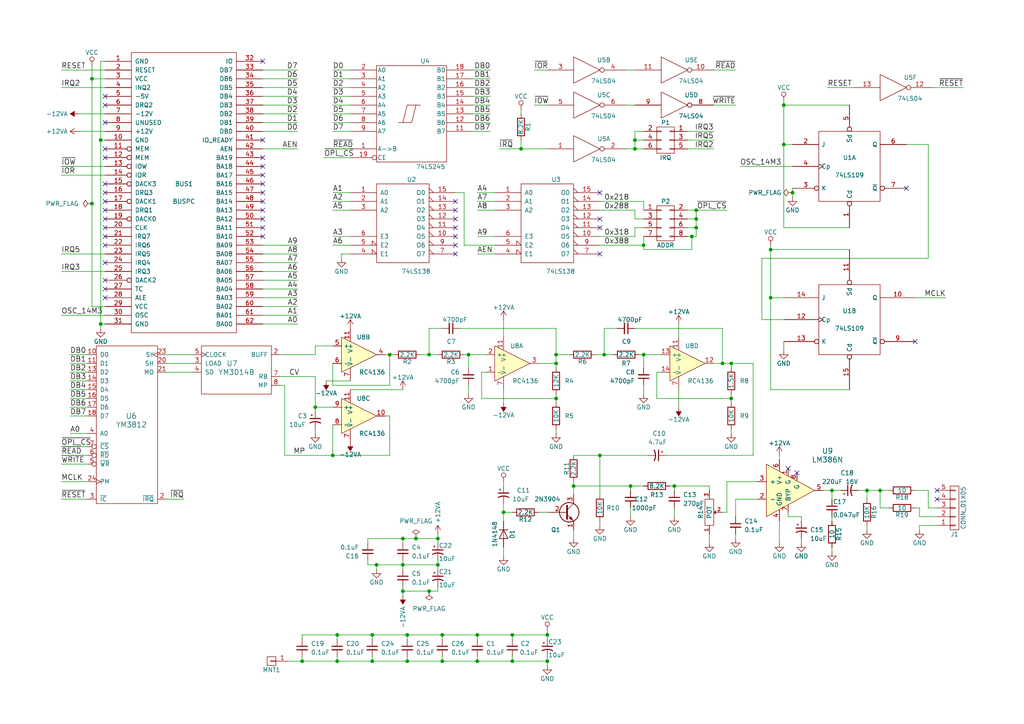
<source format=kicad_sch>
(kicad_sch (version 20230121) (generator eeschema)
  (paper "A4")
  (title_block (title "Reproduction AdLib Sound Card, OPL2, Circa 1990") (comment 1 "Copyright (C) 2017 Eric Schlaepfer") (comment 2 "See https://creativecommons.org/licenses/by/4.0/") (comment 3 "This work is licensed under a Creative Commons Attribution 4.0 International License. "))
  (junction (at 184.15 43.18))
  (junction (at 209.55 105.41))
  (junction (at 166.37 140.97))
  (junction (at 135.89 102.87))
  (junction (at 26.67 22.86))
  (junction (at 109.22 163.83))
  (junction (at 120.65 156.21))
  (junction (at 128.27 184.15))
  (junction (at 227.33 41.91))
  (junction (at 116.84 156.21))
  (junction (at 127 163.83))
  (junction (at 212.09 115.57))
  (junction (at 251.46 142.24))
  (junction (at 186.69 102.87))
  (junction (at 212.09 105.41))
  (junction (at 107.95 184.15))
  (junction (at 146.05 148.59))
  (junction (at 175.26 102.87))
  (junction (at 148.59 184.15))
  (junction (at 96.52 132.08))
  (junction (at 118.11 184.15))
  (junction (at 116.84 163.83))
  (junction (at 151.13 43.18))
  (junction (at 138.43 191.77))
  (junction (at 173.99 132.08))
  (junction (at 116.84 171.45))
  (junction (at 195.58 140.97))
  (junction (at 161.29 115.57))
  (junction (at 186.69 71.12))
  (junction (at 201.93 60.96))
  (junction (at 148.59 191.77))
  (junction (at 241.3 142.24))
  (junction (at 201.93 63.5))
  (junction (at 107.95 191.77))
  (junction (at 223.52 86.36))
  (junction (at 127 156.21))
  (junction (at 87.63 191.77))
  (junction (at 158.75 191.77))
  (junction (at 29.21 93.98))
  (junction (at 227.33 30.48))
  (junction (at 29.21 40.64))
  (junction (at 182.88 140.97))
  (junction (at 128.27 191.77))
  (junction (at 223.52 72.39))
  (junction (at 138.43 184.15))
  (junction (at 97.79 184.15))
  (junction (at 161.29 105.41))
  (junction (at 124.46 171.45))
  (junction (at 26.67 59.055))
  (junction (at 161.29 102.87))
  (junction (at 229.87 55.88))
  (junction (at 201.93 66.04))
  (junction (at 184.15 40.64))
  (junction (at 158.75 184.15))
  (junction (at 124.46 102.87))
  (junction (at 255.27 142.24))
  (junction (at 200.66 68.58))
  (junction (at 97.79 191.77))
  (junction (at 113.03 102.87))
  (junction (at 118.11 191.77))
  (junction (at 91.44 118.11))
  (no_connect (at 30.48 66.04))
  (no_connect (at 30.48 55.88))
  (no_connect (at 30.48 68.58))
  (no_connect (at 30.48 63.5))
  (no_connect (at 30.48 27.94))
  (no_connect (at 30.48 45.72))
  (no_connect (at 271.78 144.78))
  (no_connect (at 30.48 81.28))
  (no_connect (at 132.08 63.5))
  (no_connect (at 76.2 63.5))
  (no_connect (at 76.2 60.96))
  (no_connect (at 76.2 55.88))
  (no_connect (at 30.48 43.18))
  (no_connect (at 265.43 99.06))
  (no_connect (at 30.48 53.34))
  (no_connect (at 132.08 71.12))
  (no_connect (at 76.2 17.78))
  (no_connect (at 132.08 66.04))
  (no_connect (at 173.99 63.5))
  (no_connect (at 30.48 86.36))
  (no_connect (at 76.2 53.34))
  (no_connect (at 76.2 48.26))
  (no_connect (at 76.2 50.8))
  (no_connect (at 76.2 40.64))
  (no_connect (at 132.08 68.58))
  (no_connect (at 76.2 66.04))
  (no_connect (at 228.6 135.89))
  (no_connect (at 76.2 58.42))
  (no_connect (at 173.99 66.04))
  (no_connect (at 132.08 60.96))
  (no_connect (at 173.99 73.66))
  (no_connect (at 30.48 30.48))
  (no_connect (at 76.2 45.72))
  (no_connect (at 173.99 55.88))
  (no_connect (at 30.48 71.12))
  (no_connect (at 30.48 83.82))
  (no_connect (at 30.48 58.42))
  (no_connect (at 262.89 54.61))
  (no_connect (at 76.2 68.58))
  (no_connect (at 132.08 73.66))
  (no_connect (at 30.48 35.56))
  (no_connect (at 271.78 142.24))
  (no_connect (at 231.14 137.16))
  (no_connect (at 30.48 60.96))
  (no_connect (at 30.48 76.2))
  (no_connect (at 132.08 58.42))
  (wire (pts (xy 232.41 156.21) (xy 232.41 157.48)))
  (wire (pts (xy 181.61 30.48) (xy 184.15 30.48)))
  (wire (pts (xy 30.48 93.98) (xy 29.21 93.98)))
  (wire (pts (xy 271.78 149.86) (xy 266.7 149.86)))
  (wire (pts (xy 138.43 191.77) (xy 148.59 191.77)))
  (wire (pts (xy 139.7 107.95) (xy 139.7 115.57)))
  (wire (pts (xy 210.82 148.59) (xy 209.55 148.59)))
  (wire (pts (xy 196.85 118.11) (xy 196.85 113.03)))
  (wire (pts (xy 137.16 27.94) (xy 142.24 27.94)))
  (wire (pts (xy 25.4 134.62) (xy 17.78 134.62)))
  (wire (pts (xy 146.05 146.05) (xy 146.05 148.59)))
  (wire (pts (xy 148.59 191.77) (xy 158.75 191.77)))
  (wire (pts (xy 158.75 30.48) (xy 154.94 30.48)))
  (wire (pts (xy 20.32 115.57) (xy 25.4 115.57)))
  (wire (pts (xy 82.55 132.08) (xy 96.52 132.08)))
  (wire (pts (xy 96.52 68.58) (xy 101.6 68.58)))
  (wire (pts (xy 30.48 22.86) (xy 26.67 22.86)))
  (wire (pts (xy 30.48 20.32) (xy 17.78 20.32)))
  (wire (pts (xy 76.2 78.74) (xy 86.36 78.74)))
  (wire (pts (xy 26.67 59.055) (xy 26.67 88.9)))
  (wire (pts (xy 76.2 43.18) (xy 86.36 43.18)))
  (wire (pts (xy 195.58 140.97) (xy 205.74 140.97)))
  (wire (pts (xy 25.4 110.49) (xy 20.32 110.49)))
  (wire (pts (xy 247.65 25.4) (xy 240.03 25.4)))
  (wire (pts (xy 269.24 147.32) (xy 271.78 147.32)))
  (wire (pts (xy 143.51 73.66) (xy 138.43 73.66)))
  (wire (pts (xy 241.3 158.75) (xy 241.3 160.02)))
  (wire (pts (xy 116.84 163.83) (xy 116.84 165.1)))
  (wire (pts (xy 213.36 154.94) (xy 213.36 156.21)))
  (wire (pts (xy 20.32 120.65) (xy 25.4 120.65)))
  (wire (pts (xy 143.51 60.96) (xy 138.43 60.96)))
  (wire (pts (xy 113.03 102.87) (xy 114.3 102.87)))
  (wire (pts (xy 184.15 66.04) (xy 186.69 66.04)))
  (wire (pts (xy 269.24 142.24) (xy 269.24 147.32)))
  (wire (pts (xy 166.37 132.08) (xy 173.99 132.08)))
  (wire (pts (xy 228.6 148.59) (xy 228.6 149.86)))
  (wire (pts (xy 101.6 25.4) (xy 96.52 25.4)))
  (wire (pts (xy 30.48 38.1) (xy 22.86 38.1)))
  (wire (pts (xy 241.3 144.78) (xy 241.3 142.24)))
  (wire (pts (xy 118.11 191.77) (xy 128.27 191.77)))
  (wire (pts (xy 25.4 129.54) (xy 17.78 129.54)))
  (wire (pts (xy 25.4 144.78) (xy 17.78 144.78)))
  (wire (pts (xy 246.38 72.39) (xy 223.52 72.39)))
  (wire (pts (xy 227.33 29.21) (xy 227.33 30.48)))
  (wire (pts (xy 146.05 148.59) (xy 148.59 148.59)))
  (wire (pts (xy 134.62 71.12) (xy 134.62 55.88)))
  (wire (pts (xy 111.76 120.65) (xy 113.03 120.65)))
  (wire (pts (xy 76.2 76.2) (xy 86.36 76.2)))
  (wire (pts (xy 212.09 114.3) (xy 212.09 115.57)))
  (wire (pts (xy 146.05 140.97) (xy 146.05 139.7)))
  (wire (pts (xy 25.4 132.08) (xy 17.78 132.08)))
  (wire (pts (xy 107.95 191.77) (xy 107.95 190.5)))
  (wire (pts (xy 218.44 132.08) (xy 193.04 132.08)))
  (wire (pts (xy 26.67 19.05) (xy 26.67 22.86)))
  (wire (pts (xy 30.48 78.74) (xy 17.78 78.74)))
  (wire (pts (xy 166.37 139.7) (xy 166.37 140.97)))
  (wire (pts (xy 172.72 102.87) (xy 175.26 102.87)))
  (wire (pts (xy 190.5 107.95) (xy 190.5 115.57)))
  (wire (pts (xy 134.62 102.87) (xy 135.89 102.87)))
  (wire (pts (xy 107.95 191.77) (xy 118.11 191.77)))
  (wire (pts (xy 137.16 20.32) (xy 142.24 20.32)))
  (wire (pts (xy 158.75 184.15) (xy 158.75 185.42)))
  (wire (pts (xy 200.66 68.58) (xy 200.66 72.39)))
  (wire (pts (xy 127 156.21) (xy 127 157.48)))
  (wire (pts (xy 48.26 102.87) (xy 55.88 102.87)))
  (wire (pts (xy 201.93 60.96) (xy 201.93 63.5)))
  (wire (pts (xy 109.22 163.83) (xy 116.84 163.83)))
  (wire (pts (xy 96.52 58.42) (xy 101.6 58.42)))
  (wire (pts (xy 97.79 184.15) (xy 107.95 184.15)))
  (wire (pts (xy 227.33 41.91) (xy 227.33 66.04)))
  (wire (pts (xy 25.4 102.87) (xy 20.32 102.87)))
  (wire (pts (xy 186.69 111.76) (xy 186.69 114.3)))
  (wire (pts (xy 255.27 147.32) (xy 255.27 142.24)))
  (wire (pts (xy 255.27 142.24) (xy 257.81 142.24)))
  (wire (pts (xy 48.26 105.41) (xy 55.88 105.41)))
  (wire (pts (xy 139.7 115.57) (xy 161.29 115.57)))
  (wire (pts (xy 97.79 191.77) (xy 97.79 190.5)))
  (wire (pts (xy 271.78 152.4) (xy 266.7 152.4)))
  (wire (pts (xy 26.67 88.9) (xy 30.48 88.9)))
  (wire (pts (xy 201.93 68.58) (xy 200.66 68.58)))
  (wire (pts (xy 166.37 140.97) (xy 182.88 140.97)))
  (wire (pts (xy 76.2 73.66) (xy 86.36 73.66)))
  (wire (pts (xy 101.6 43.18) (xy 96.52 43.18)))
  (wire (pts (xy 212.09 124.46) (xy 212.09 125.73)))
  (wire (pts (xy 127 163.83) (xy 127 165.1)))
  (wire (pts (xy 207.01 105.41) (xy 209.55 105.41)))
  (wire (pts (xy 81.28 111.76) (xy 82.55 111.76)))
  (wire (pts (xy 101.6 35.56) (xy 96.52 35.56)))
  (wire (pts (xy 30.48 33.02) (xy 22.86 33.02)))
  (wire (pts (xy 161.29 105.41) (xy 156.21 105.41)))
  (wire (pts (xy 182.88 140.97) (xy 182.88 142.24)))
  (wire (pts (xy 76.2 33.02) (xy 86.36 33.02)))
  (wire (pts (xy 30.48 17.78) (xy 29.21 17.78)))
  (wire (pts (xy 101.6 38.1) (xy 96.52 38.1)))
  (wire (pts (xy 201.93 60.96) (xy 210.82 60.96)))
  (wire (pts (xy 116.84 156.21) (xy 120.65 156.21)))
  (wire (pts (xy 186.69 40.64) (xy 184.15 40.64)))
  (wire (pts (xy 137.16 22.86) (xy 142.24 22.86)))
  (wire (pts (xy 223.52 86.36) (xy 223.52 113.03)))
  (wire (pts (xy 118.11 191.77) (xy 118.11 190.5)))
  (wire (pts (xy 101.6 55.88) (xy 96.52 55.88)))
  (wire (pts (xy 113.03 120.65) (xy 113.03 132.08)))
  (wire (pts (xy 212.09 115.57) (xy 212.09 116.84)))
  (wire (pts (xy 128.27 184.15) (xy 138.43 184.15)))
  (wire (pts (xy 134.62 55.88) (xy 132.08 55.88)))
  (wire (pts (xy 194.31 140.97) (xy 195.58 140.97)))
  (wire (pts (xy 76.2 81.28) (xy 86.36 81.28)))
  (wire (pts (xy 138.43 185.42) (xy 138.43 184.15)))
  (wire (pts (xy 91.44 118.11) (xy 91.44 119.38)))
  (wire (pts (xy 195.58 147.32) (xy 195.58 149.86)))
  (wire (pts (xy 76.2 35.56) (xy 86.36 35.56)))
  (wire (pts (xy 146.05 161.29) (xy 146.05 158.75)))
  (wire (pts (xy 20.32 107.95) (xy 25.4 107.95)))
  (wire (pts (xy 227.33 66.04) (xy 246.38 66.04)))
  (wire (pts (xy 207.01 30.48) (xy 213.36 30.48)))
  (wire (pts (xy 161.29 115.57) (xy 161.29 116.84)))
  (wire (pts (xy 265.43 142.24) (xy 269.24 142.24)))
  (wire (pts (xy 94.615 110.49) (xy 101.6 110.49)))
  (wire (pts (xy 30.48 50.8) (xy 17.78 50.8)))
  (wire (pts (xy 241.3 142.24) (xy 243.84 142.24)))
  (wire (pts (xy 175.26 102.87) (xy 177.8 102.87)))
  (wire (pts (xy 128.27 191.77) (xy 128.27 190.5)))
  (wire (pts (xy 151.13 43.18) (xy 158.75 43.18)))
  (wire (pts (xy 266.7 152.4) (xy 266.7 153.67)))
  (wire (pts (xy 146.05 97.79) (xy 146.05 92.71)))
  (wire (pts (xy 135.89 106.68) (xy 135.89 102.87)))
  (wire (pts (xy 161.29 105.41) (xy 161.29 106.68)))
  (wire (pts (xy 227.33 99.06) (xy 227.33 101.6)))
  (wire (pts (xy 229.87 55.88) (xy 229.87 57.15)))
  (wire (pts (xy 257.81 147.32) (xy 255.27 147.32)))
  (wire (pts (xy 137.16 38.1) (xy 142.24 38.1)))
  (wire (pts (xy 116.84 162.56) (xy 116.84 163.83)))
  (wire (pts (xy 156.21 148.59) (xy 158.75 148.59)))
  (wire (pts (xy 143.51 55.88) (xy 138.43 55.88)))
  (wire (pts (xy 184.15 60.96) (xy 184.15 63.5)))
  (wire (pts (xy 166.37 140.97) (xy 166.37 143.51)))
  (wire (pts (xy 30.48 91.44) (xy 17.78 91.44)))
  (wire (pts (xy 83.82 191.77) (xy 87.63 191.77)))
  (wire (pts (xy 226.06 132.08) (xy 226.06 133.35)))
  (wire (pts (xy 218.44 105.41) (xy 218.44 132.08)))
  (wire (pts (xy 269.24 74.93) (xy 220.98 74.93)))
  (wire (pts (xy 135.89 102.87) (xy 140.97 102.87)))
  (wire (pts (xy 219.71 144.78) (xy 213.36 144.78)))
  (wire (pts (xy 248.92 142.24) (xy 251.46 142.24)))
  (wire (pts (xy 76.2 27.94) (xy 86.36 27.94)))
  (wire (pts (xy 173.99 58.42) (xy 186.69 58.42)))
  (wire (pts (xy 111.76 102.87) (xy 113.03 102.87)))
  (wire (pts (xy 138.43 184.15) (xy 148.59 184.15)))
  (wire (pts (xy 96.52 71.12) (xy 101.6 71.12)))
  (wire (pts (xy 96.52 60.96) (xy 101.6 60.96)))
  (wire (pts (xy 76.2 38.1) (xy 86.36 38.1)))
  (wire (pts (xy 199.39 38.1) (xy 207.01 38.1)))
  (wire (pts (xy 184.15 63.5) (xy 186.69 63.5)))
  (wire (pts (xy 76.2 30.48) (xy 86.36 30.48)))
  (wire (pts (xy 181.61 43.18) (xy 184.15 43.18)))
  (wire (pts (xy 120.65 156.21) (xy 127 156.21)))
  (wire (pts (xy 137.16 25.4) (xy 142.24 25.4)))
  (wire (pts (xy 127 162.56) (xy 127 163.83)))
  (wire (pts (xy 101.6 33.02) (xy 96.52 33.02)))
  (wire (pts (xy 101.6 27.94) (xy 96.52 27.94)))
  (wire (pts (xy 20.32 105.41) (xy 25.4 105.41)))
  (wire (pts (xy 158.75 190.5) (xy 158.75 191.77)))
  (wire (pts (xy 143.51 68.58) (xy 138.43 68.58)))
  (wire (pts (xy 76.2 86.36) (xy 86.36 86.36)))
  (wire (pts (xy 116.84 157.48) (xy 116.84 156.21)))
  (wire (pts (xy 30.48 48.26) (xy 17.78 48.26)))
  (wire (pts (xy 116.84 171.45) (xy 116.84 172.72)))
  (wire (pts (xy 91.44 100.33) (xy 91.44 102.87)))
  (wire (pts (xy 182.88 140.97) (xy 186.69 140.97)))
  (wire (pts (xy 212.09 105.41) (xy 218.44 105.41)))
  (wire (pts (xy 199.39 43.18) (xy 207.01 43.18)))
  (wire (pts (xy 91.44 100.33) (xy 96.52 100.33)))
  (wire (pts (xy 128.27 185.42) (xy 128.27 184.15)))
  (wire (pts (xy 184.15 43.18) (xy 186.69 43.18)))
  (wire (pts (xy 87.63 185.42) (xy 87.63 184.15)))
  (wire (pts (xy 270.51 25.4) (xy 279.4 25.4)))
  (wire (pts (xy 96.52 132.08) (xy 113.03 132.08)))
  (wire (pts (xy 121.92 102.87) (xy 124.46 102.87)))
  (wire (pts (xy 212.09 105.41) (xy 212.09 106.68)))
  (wire (pts (xy 166.37 153.67) (xy 166.37 156.21)))
  (wire (pts (xy 135.89 111.76) (xy 135.89 114.3)))
  (wire (pts (xy 227.33 92.71) (xy 220.98 92.71)))
  (wire (pts (xy 96.52 118.11) (xy 91.44 118.11)))
  (wire (pts (xy 124.46 95.25) (xy 124.46 102.87)))
  (wire (pts (xy 116.84 170.18) (xy 116.84 171.45)))
  (wire (pts (xy 87.63 184.15) (xy 97.79 184.15)))
  (wire (pts (xy 265.43 86.36) (xy 274.32 86.36)))
  (wire (pts (xy 184.15 40.64) (xy 184.15 43.18)))
  (wire (pts (xy 20.32 113.03) (xy 25.4 113.03)))
  (wire (pts (xy 200.66 72.39) (xy 186.69 72.39)))
  (wire (pts (xy 158.75 191.77) (xy 158.75 193.04)))
  (wire (pts (xy 173.99 60.96) (xy 184.15 60.96)))
  (wire (pts (xy 25.4 139.7) (xy 17.78 139.7)))
  (wire (pts (xy 116.84 163.83) (xy 127 163.83)))
  (wire (pts (xy 184.15 38.1) (xy 184.15 40.64)))
  (wire (pts (xy 29.21 17.78) (xy 29.21 40.64)))
  (wire (pts (xy 96.52 123.19) (xy 96.52 132.08)))
  (wire (pts (xy 227.33 30.48) (xy 246.38 30.48)))
  (wire (pts (xy 266.7 149.86) (xy 266.7 147.32)))
  (wire (pts (xy 199.39 63.5) (xy 201.93 63.5)))
  (wire (pts (xy 223.52 72.39) (xy 223.52 86.36)))
  (wire (pts (xy 124.46 171.45) (xy 116.84 171.45)))
  (wire (pts (xy 227.33 30.48) (xy 227.33 41.91)))
  (wire (pts (xy 151.13 40.64) (xy 151.13 43.18)))
  (wire (pts (xy 161.29 124.46) (xy 161.29 125.73)))
  (wire (pts (xy 106.68 162.56) (xy 106.68 163.83)))
  (wire (pts (xy 128.27 95.25) (xy 124.46 95.25)))
  (wire (pts (xy 91.44 109.22) (xy 91.44 118.11)))
  (wire (pts (xy 173.99 71.12) (xy 186.69 71.12)))
  (wire (pts (xy 190.5 115.57) (xy 212.09 115.57)))
  (wire (pts (xy 251.46 142.24) (xy 251.46 144.78)))
  (wire (pts (xy 76.2 91.44) (xy 86.36 91.44)))
  (wire (pts (xy 209.55 95.25) (xy 184.15 95.25)))
  (wire (pts (xy 238.76 142.24) (xy 241.3 142.24)))
  (wire (pts (xy 205.74 140.97) (xy 205.74 142.24)))
  (wire (pts (xy 127 154.94) (xy 127 156.21)))
  (wire (pts (xy 161.29 102.87) (xy 161.29 105.41)))
  (wire (pts (xy 201.93 66.04) (xy 199.39 66.04)))
  (wire (pts (xy 148.59 184.15) (xy 148.59 185.42)))
  (wire (pts (xy 251.46 142.24) (xy 255.27 142.24)))
  (wire (pts (xy 186.69 106.68) (xy 186.69 102.87)))
  (wire (pts (xy 107.95 185.42) (xy 107.95 184.15)))
  (wire (pts (xy 262.89 41.91) (xy 269.24 41.91)))
  (wire (pts (xy 97.79 185.42) (xy 97.79 184.15)))
  (wire (pts (xy 209.55 105.41) (xy 212.09 105.41)))
  (wire (pts (xy 241.3 151.13) (xy 241.3 149.86)))
  (wire (pts (xy 226.06 151.13) (xy 226.06 157.48)))
  (wire (pts (xy 128.27 191.77) (xy 138.43 191.77)))
  (wire (pts (xy 266.7 147.32) (xy 265.43 147.32)))
  (wire (pts (xy 223.52 86.36) (xy 227.33 86.36)))
  (wire (pts (xy 76.2 22.86) (xy 86.36 22.86)))
  (wire (pts (xy 25.4 125.73) (xy 20.32 125.73)))
  (wire (pts (xy 161.29 95.25) (xy 161.29 102.87)))
  (wire (pts (xy 87.63 191.77) (xy 97.79 191.77)))
  (wire (pts (xy 173.99 143.51) (xy 173.99 132.08)))
  (wire (pts (xy 30.48 25.4) (xy 17.78 25.4)))
  (wire (pts (xy 195.58 140.97) (xy 195.58 142.24)))
  (wire (pts (xy 106.68 156.21) (xy 106.68 157.48)))
  (wire (pts (xy 76.2 93.98) (xy 86.36 93.98)))
  (wire (pts (xy 143.51 58.42) (xy 138.43 58.42)))
  (wire (pts (xy 106.68 156.21) (xy 116.84 156.21)))
  (wire (pts (xy 269.24 41.91) (xy 269.24 74.93)))
  (wire (pts (xy 161.29 114.3) (xy 161.29 115.57)))
  (wire (pts (xy 91.44 124.46) (xy 91.44 125.73)))
  (wire (pts (xy 158.75 20.32) (xy 154.94 20.32)))
  (wire (pts (xy 207.01 20.32) (xy 213.36 20.32)))
  (wire (pts (xy 186.69 68.58) (xy 186.69 71.12)))
  (wire (pts (xy 165.1 102.87) (xy 161.29 102.87)))
  (wire (pts (xy 124.46 102.87) (xy 127 102.87)))
  (wire (pts (xy 182.88 147.32) (xy 182.88 149.86)))
  (wire (pts (xy 118.11 184.15) (xy 128.27 184.15)))
  (wire (pts (xy 97.79 191.77) (xy 107.95 191.77)))
  (wire (pts (xy 186.69 58.42) (xy 186.69 60.96)))
  (wire (pts (xy 196.85 93.98) (xy 196.85 97.79)))
  (wire (pts (xy 137.16 35.56) (xy 142.24 35.56)))
  (wire (pts (xy 232.41 149.86) (xy 232.41 151.13)))
  (wire (pts (xy 173.99 151.13) (xy 173.99 152.4)))
  (wire (pts (xy 205.74 154.94) (xy 205.74 157.48)))
  (wire (pts (xy 137.16 30.48) (xy 142.24 30.48)))
  (wire (pts (xy 210.82 139.7) (xy 210.82 148.59)))
  (wire (pts (xy 134.62 71.12) (xy 143.51 71.12)))
  (wire (pts (xy 20.32 118.11) (xy 25.4 118.11)))
  (wire (pts (xy 127 170.18) (xy 127 171.45)))
  (wire (pts (xy 99.06 74.93) (xy 99.06 73.66)))
  (wire (pts (xy 213.36 144.78) (xy 213.36 149.86)))
  (wire (pts (xy 76.2 83.82) (xy 86.36 83.82)))
  (wire (pts (xy 29.21 40.64) (xy 29.21 93.98)))
  (wire (pts (xy 200.66 68.58) (xy 199.39 68.58)))
  (wire (pts (xy 186.69 38.1) (xy 184.15 38.1)))
  (wire (pts (xy 228.6 149.86) (xy 232.41 149.86)))
  (wire (pts (xy 199.39 40.64) (xy 207.01 40.64)))
  (wire (pts (xy 113.03 102.87) (xy 113.03 111.76)))
  (wire (pts (xy 118.11 185.42) (xy 118.11 184.15)))
  (wire (pts (xy 146.05 113.03) (xy 146.05 116.84)))
  (wire (pts (xy 209.55 105.41) (xy 209.55 95.25)))
  (wire (pts (xy 199.39 60.96) (xy 201.93 60.96)))
  (wire (pts (xy 144.78 43.18) (xy 151.13 43.18)))
  (wire (pts (xy 107.95 184.15) (xy 118.11 184.15)))
  (wire (pts (xy 101.6 30.48) (xy 96.52 30.48)))
  (wire (pts (xy 106.68 163.83) (xy 109.22 163.83)))
  (wire (pts (xy 116.84 113.03) (xy 101.6 113.03)))
  (wire (pts (xy 127 171.45) (xy 124.46 171.45)))
  (wire (pts (xy 251.46 152.4) (xy 251.46 153.67)))
  (wire (pts (xy 175.26 95.25) (xy 175.26 102.87)))
  (wire (pts (xy 227.33 41.91) (xy 229.87 41.91)))
  (wire (pts (xy 201.93 66.04) (xy 201.93 68.58)))
  (wire (pts (xy 158.75 182.88) (xy 158.75 184.15)))
  (wire (pts (xy 138.43 191.77) (xy 138.43 190.5)))
  (wire (pts (xy 87.63 190.5) (xy 87.63 191.77)))
  (wire (pts (xy 223.52 113.03) (xy 246.38 113.03)))
  (wire (pts (xy 223.52 71.12) (xy 223.52 72.39)))
  (wire (pts (xy 30.48 40.64) (xy 29.21 40.64)))
  (wire (pts (xy 29.21 93.98) (xy 29.21 95.25)))
  (wire (pts (xy 214.63 48.26) (xy 229.87 48.26)))
  (wire (pts (xy 185.42 102.87) (xy 186.69 102.87)))
  (wire (pts (xy 220.98 74.93) (xy 220.98 92.71)))
  (wire (pts (xy 146.05 148.59) (xy 146.05 151.13)))
  (wire (pts (xy 91.44 102.87) (xy 81.28 102.87)))
  (wire (pts (xy 82.55 111.76) (xy 82.55 132.08)))
  (wire (pts (xy 181.61 20.32) (xy 184.15 20.32)))
  (wire (pts (xy 76.2 20.32) (xy 86.36 20.32)))
  (wire (pts (xy 137.16 33.02) (xy 142.24 33.02)))
  (wire (pts (xy 76.2 25.4) (xy 86.36 25.4)))
  (wire (pts (xy 101.6 22.86) (xy 96.52 22.86)))
  (wire (pts (xy 151.13 31.75) (xy 151.13 33.02)))
  (wire (pts (xy 186.69 71.12) (xy 186.69 72.39)))
  (wire (pts (xy 184.15 68.58) (xy 184.15 66.04)))
  (wire (pts (xy 191.77 107.95) (xy 190.5 107.95)))
  (wire (pts (xy 76.2 88.9) (xy 86.36 88.9)))
  (wire (pts (xy 26.67 22.86) (xy 26.67 59.055)))
  (wire (pts (xy 48.26 107.95) (xy 55.88 107.95)))
  (wire (pts (xy 99.06 73.66) (xy 101.6 73.66)))
  (wire (pts (xy 201.93 63.5) (xy 201.93 66.04)))
  (wire (pts (xy 173.99 68.58) (xy 184.15 68.58)))
  (wire (pts (xy 101.6 20.32) (xy 96.52 20.32)))
  (wire (pts (xy 93.98 45.72) (xy 101.6 45.72)))
  (wire (pts (xy 210.82 139.7) (xy 219.71 139.7)))
  (wire (pts (xy 173.99 132.08) (xy 187.96 132.08)))
  (wire (pts (xy 76.2 71.12) (xy 86.36 71.12)))
  (wire (pts (xy 161.29 95.25) (xy 133.35 95.25)))
  (wire (pts (xy 179.07 95.25) (xy 175.26 95.25)))
  (wire (pts (xy 109.22 163.83) (xy 109.22 165.1)))
  (wire (pts (xy 186.69 102.87) (xy 191.77 102.87)))
  (wire (pts (xy 96.52 105.41) (xy 96.52 111.76)))
  (wire (pts (xy 140.97 107.95) (xy 139.7 107.95)))
  (wire (pts (xy 113.03 111.76) (xy 96.52 111.76)))
  (wire (pts (xy 148.59 184.15) (xy 158.75 184.15)))
  (wire (pts (xy 229.87 54.61) (xy 229.87 55.88)))
  (wire (pts (xy 48.26 144.78) (xy 53.34 144.78)))
  (wire (pts (xy 81.28 109.22) (xy 91.44 109.22)))
  (wire (pts (xy 30.48 73.66) (xy 17.78 73.66)))
  (wire (pts (xy 148.59 191.77) (xy 148.59 190.5)))
  (label "~{IOW}" (at 154.94 30.48 0) (effects (font (size 1.524 1.524))))
  (label "A5" (at 86.36 81.28 180) (effects (font (size 1.524 1.524))))
  (label "~{IOR}" (at 154.94 20.32 0) (effects (font (size 1.524 1.524))))
  (label "~{OPL_CS}" (at 93.98 45.72 0) (effects (font (size 1.524 1.524))))
  (label "DB7" (at 20.32 120.65 0) (effects (font (size 1.524 1.524))))
  (label "DB3" (at 20.32 110.49 0) (effects (font (size 1.524 1.524))))
  (label "0x388" (at 175.26 71.12 0) (effects (font (size 1.524 1.524))))
  (label "0x218" (at 175.26 58.42 0) (effects (font (size 1.524 1.524))))
  (label "A7" (at 86.36 76.2 180) (effects (font (size 1.524 1.524))))
  (label "~{WRITE}" (at 17.78 134.62 0) (effects (font (size 1.524 1.524))))
  (label "DB0" (at 142.24 20.32 180) (effects (font (size 1.524 1.524))))
  (label "AEN" (at 138.43 73.66 0) (effects (font (size 1.524 1.524))))
  (label "A2" (at 86.36 88.9 180) (effects (font (size 1.524 1.524))))
  (label "A3" (at 96.52 68.58 0) (effects (font (size 1.524 1.524))))
  (label "D3" (at 86.36 30.48 180) (effects (font (size 1.524 1.524))))
  (label "~{READ}" (at 213.36 20.32 180) (effects (font (size 1.524 1.524))))
  (label "D6" (at 86.36 22.86 180) (effects (font (size 1.524 1.524))))
  (label "A4" (at 86.36 83.82 180) (effects (font (size 1.524 1.524))))
  (label "D0" (at 96.52 20.32 0) (effects (font (size 1.524 1.524))))
  (label "A9" (at 138.43 68.58 0) (effects (font (size 1.524 1.524))))
  (label "~{READ}" (at 96.52 43.18 0) (effects (font (size 1.524 1.524))))
  (label "A6" (at 96.52 71.12 0) (effects (font (size 1.524 1.524))))
  (label "A7" (at 138.43 58.42 0) (effects (font (size 1.524 1.524))))
  (label "~{WRITE}" (at 213.36 30.48 180) (effects (font (size 1.524 1.524))))
  (label "~{READ}" (at 17.78 132.08 0) (effects (font (size 1.524 1.524))))
  (label "D5" (at 86.36 25.4 180) (effects (font (size 1.524 1.524))))
  (label "DB2" (at 20.32 107.95 0) (effects (font (size 1.524 1.524))))
  (label "D1" (at 86.36 35.56 180) (effects (font (size 1.524 1.524))))
  (label "A1" (at 96.52 55.88 0) (effects (font (size 1.524 1.524))))
  (label "A2" (at 96.52 58.42 0) (effects (font (size 1.524 1.524))))
  (label "IRQ5" (at 17.78 73.66 0) (effects (font (size 1.524 1.524))))
  (label "DB4" (at 20.32 113.03 0) (effects (font (size 1.524 1.524))))
  (label "A0" (at 86.36 93.98 180) (effects (font (size 1.524 1.524))))
  (label "OSC_14M3" (at 214.63 48.26 0) (effects (font (size 1.524 1.524))))
  (label "DB1" (at 20.32 105.41 0) (effects (font (size 1.524 1.524))))
  (label "DB6" (at 142.24 35.56 180) (effects (font (size 1.524 1.524))))
  (label "D4" (at 96.52 30.48 0) (effects (font (size 1.524 1.524))))
  (label "A6" (at 86.36 78.74 180) (effects (font (size 1.524 1.524))))
  (label "MCLK" (at 274.32 86.36 180) (effects (font (size 1.524 1.524))))
  (label "OSC_14M3" (at 17.78 91.44 0) (effects (font (size 1.524 1.524))))
  (label "MCLK" (at 17.78 139.7 0) (effects (font (size 1.524 1.524))))
  (label "~{IOW}" (at 17.78 48.26 0) (effects (font (size 1.524 1.524))))
  (label "A5" (at 96.52 60.96 0) (effects (font (size 1.524 1.524))))
  (label "~{IRQ}" (at 144.78 43.18 0) (effects (font (size 1.524 1.524))))
  (label "~{RESET}" (at 17.78 144.78 0) (effects (font (size 1.524 1.524))))
  (label "IRQ3" (at 207.01 38.1 180) (effects (font (size 1.524 1.524))))
  (label "A9" (at 86.36 71.12 180) (effects (font (size 1.524 1.524))))
  (label "DB4" (at 142.24 30.48 180) (effects (font (size 1.524 1.524))))
  (label "D3" (at 96.52 27.94 0) (effects (font (size 1.524 1.524))))
  (label "DB3" (at 142.24 27.94 180) (effects (font (size 1.524 1.524))))
  (label "~{IOR}" (at 17.78 50.8 0) (effects (font (size 1.524 1.524))))
  (label "DB6" (at 20.32 118.11 0) (effects (font (size 1.524 1.524))))
  (label "A1" (at 86.36 91.44 180) (effects (font (size 1.524 1.524))))
  (label "D7" (at 96.52 38.1 0) (effects (font (size 1.524 1.524))))
  (label "0x288" (at 175.26 60.96 0) (effects (font (size 1.524 1.524))))
  (label "D5" (at 96.52 33.02 0) (effects (font (size 1.524 1.524))))
  (label "~{OPL_CS}" (at 17.78 129.54 0) (effects (font (size 1.524 1.524))))
  (label "A0" (at 20.32 125.73 0) (effects (font (size 1.524 1.524))))
  (label "D1" (at 96.52 22.86 0) (effects (font (size 1.524 1.524))))
  (label "~{OPL_CS}" (at 210.82 60.96 180) (effects (font (size 1.524 1.524))))
  (label "RESET" (at 17.78 20.32 0) (effects (font (size 1.524 1.524))))
  (label "D7" (at 86.36 20.32 180) (effects (font (size 1.524 1.524))))
  (label "DB2" (at 142.24 25.4 180) (effects (font (size 1.524 1.524))))
  (label "D4" (at 86.36 27.94 180) (effects (font (size 1.524 1.524))))
  (label "A8" (at 86.36 73.66 180) (effects (font (size 1.524 1.524))))
  (label "0x318" (at 175.26 68.58 0) (effects (font (size 1.524 1.524))))
  (label "DB5" (at 142.24 33.02 180) (effects (font (size 1.524 1.524))))
  (label "DB1" (at 142.24 22.86 180) (effects (font (size 1.524 1.524))))
  (label "A8" (at 138.43 60.96 0) (effects (font (size 1.524 1.524))))
  (label "DB0" (at 20.32 102.87 0) (effects (font (size 1.524 1.524))))
  (label "D2" (at 86.36 33.02 180) (effects (font (size 1.524 1.524))))
  (label "A4" (at 138.43 55.88 0) (effects (font (size 1.524 1.524))))
  (label "CV" (at 83.82 109.22 0) (effects (font (size 1.524 1.524))))
  (label "IRQ3" (at 17.78 78.74 0) (effects (font (size 1.524 1.524))))
  (label "IRQ2" (at 17.78 25.4 0) (effects (font (size 1.524 1.524))))
  (label "A3" (at 86.36 86.36 180) (effects (font (size 1.524 1.524))))
  (label "D2" (at 96.52 25.4 0) (effects (font (size 1.524 1.524))))
  (label "DB7" (at 142.24 38.1 180) (effects (font (size 1.524 1.524))))
  (label "IRQ2" (at 207.01 43.18 180) (effects (font (size 1.524 1.524))))
  (label "DB5" (at 20.32 115.57 0) (effects (font (size 1.524 1.524))))
  (label "~{IRQ}" (at 53.34 144.78 180) (effects (font (size 1.524 1.524))))
  (label "D6" (at 96.52 35.56 0) (effects (font (size 1.524 1.524))))
  (label "D0" (at 86.36 38.1 180) (effects (font (size 1.524 1.524))))
  (label "AEN" (at 86.36 43.18 180) (effects (font (size 1.524 1.524))))
  (label "IRQ5" (at 207.01 40.64 180) (effects (font (size 1.524 1.524))))
  (label "~{RESET}" (at 279.4 25.4 180) (effects (font (size 1.524 1.524))))
  (label "MP" (at 85.09 132.08 0) (effects (font (size 1.524 1.524))))
  (label "RESET" (at 240.03 25.4 0) (effects (font (size 1.524 1.524))))
  (symbol (lib_id "Adlib-rescue:BUSPC") (at 53.34 55.88 0) (unit 1)
    (property "Reference" "BUS1" (at 53.34 53.34 0))
    (property "Value" "BUSPC" (at 53.34 58.42 0))
    (property "Footprint" "adlib:BUS_PC_ADLIB" (effects hide))
  )
  (symbol (lib_id "Adlib-rescue:74LS245") (at 119.38 33.02 0) (unit 1)
    (property "Reference" "U4" (at 121.92 18.415 0) (effects (justify left bottom)))
    (property "Value" "74LS245" (at 120.65 47.625 0) (effects (justify left top)))
    (property "Footprint" "adlib:DIP300_20N" (effects hide))
    (property "Mouser" "595-SN74LS245N" (effects hide))
  )
  (symbol (lib_id "Adlib-rescue:74LS138") (at 158.75 64.77 0) (unit 1)
    (property "Reference" "U3" (at 161.29 52.07 0))
    (property "Value" "74LS138" (at 162.56 78.7146 0))
    (property "Footprint" "adlib:DIP300_16N" (effects hide))
    (property "Mouser" "595-SN74LS138N" (effects hide))
  )
  (symbol (lib_id "Adlib-rescue:74LS138") (at 116.84 64.77 0) (unit 1)
    (property "Reference" "U2" (at 119.38 52.07 0))
    (property "Value" "74LS138" (at 120.65 78.7146 0))
    (property "Footprint" "adlib:DIP300_16N" (effects hide))
    (property "Mouser" "595-SN74LS138N" (effects hide))
  )
  (symbol (lib_id "Adlib-rescue:GND") (at 99.06 74.93 0) (unit 1)
    (property "Reference" "#PWR01" (effects hide))
    (property "Value" "GND" (at 99.06 78.74 0))
  )
  (symbol (lib_id "Adlib-rescue:CONN_02X04") (at 193.04 64.77 0) (unit 1)
    (property "Reference" "P2" (at 193.04 58.42 0))
    (property "Value" "ADDR" (at 193.04 71.12 0))
    (property "Footprint" "adlib:JMP4" (effects hide))
  )
  (symbol (lib_id "Adlib-rescue:74LS04") (at 170.18 43.18 0) (unit 1)
    (property "Reference" "U5" (at 175.133 40.259 0))
    (property "Value" "74LS04" (at 175.006 46.355 0))
    (property "Footprint" "adlib:DIP300_14N" (effects hide))
    (property "Mouser" "595-SN74LS04N" (effects hide))
  )
  (symbol (lib_id "Adlib-rescue:74LS04") (at 170.18 20.32 0) (unit 2)
    (property "Reference" "U5" (at 175.133 17.399 0))
    (property "Value" "74LS04" (at 175.006 23.495 0))
    (property "Footprint" "adlib:DIP300_14N" (effects hide))
    (property "Mouser" "595-SN74LS04N" (effects hide))
  )
  (symbol (lib_id "Adlib-rescue:74LS04") (at 170.18 30.48 0) (unit 3)
    (property "Reference" "U5" (at 175.133 27.559 0))
    (property "Value" "74LS04" (at 175.006 33.655 0))
    (property "Footprint" "adlib:DIP300_14N" (effects hide))
    (property "Mouser" "595-SN74LS04N" (effects hide))
  )
  (symbol (lib_id "Adlib-rescue:74LS04") (at 195.58 30.48 0) (unit 4)
    (property "Reference" "U5" (at 200.533 27.559 0))
    (property "Value" "74LS04" (at 200.406 33.655 0))
    (property "Footprint" "adlib:DIP300_14N" (effects hide))
    (property "Mouser" "595-SN74LS04N" (effects hide))
  )
  (symbol (lib_id "Adlib-rescue:74LS04") (at 195.58 20.32 0) (unit 5)
    (property "Reference" "U5" (at 200.533 17.399 0))
    (property "Value" "74LS04" (at 200.406 23.495 0))
    (property "Footprint" "adlib:DIP300_14N" (effects hide))
    (property "Mouser" "595-SN74LS04N" (effects hide))
  )
  (symbol (lib_id "Adlib-rescue:74LS04") (at 259.08 25.4 0) (unit 6)
    (property "Reference" "U5" (at 264.033 22.479 0))
    (property "Value" "74LS04" (at 263.906 28.575 0))
    (property "Footprint" "adlib:DIP300_14N" (effects hide))
    (property "Mouser" "595-SN74LS04N" (effects hide))
  )
  (symbol (lib_id "Adlib-rescue:R") (at 151.13 36.83 0) (unit 1)
    (property "Reference" "R1" (at 153.162 36.83 90))
    (property "Value" "8.2K" (at 151.13 36.83 90))
    (property "Footprint" "adlib:RESA500" (effects hide))
    (property "Mouser" "291-8.2K-RC" (effects hide))
  )
  (symbol (lib_id "Adlib-rescue:VCC") (at 151.13 31.75 0) (unit 1)
    (property "Reference" "#PWR02" (effects hide))
    (property "Value" "VCC" (at 151.13 27.94 0))
  )
  (symbol (lib_id "Adlib-rescue:CONN_02X03") (at 193.04 40.64 0) (mirror y) (unit 1)
    (property "Reference" "P1" (at 193.04 35.56 0))
    (property "Value" "IRQ" (at 193.04 45.72 0))
    (property "Footprint" "adlib:JMP3" (effects hide))
  )
  (symbol (lib_id "Adlib-rescue:74LS109") (at 246.38 48.26 0) (unit 1)
    (property "Reference" "U1" (at 246.38 45.72 0))
    (property "Value" "74LS109" (at 246.38 50.8 0))
    (property "Footprint" "adlib:DIP300_16N" (effects hide))
    (property "Mouser" "595-SN74LS109AN" (effects hide))
  )
  (symbol (lib_id "Adlib-rescue:74LS109") (at 246.38 92.71 0) (unit 2)
    (property "Reference" "U1" (at 246.38 90.17 0))
    (property "Value" "74LS109" (at 246.38 95.25 0))
    (property "Footprint" "adlib:DIP300_16N" (effects hide))
    (property "Mouser" "595-SN74LS109AN" (effects hide))
  )
  (symbol (lib_id "Adlib-rescue:GND") (at 229.87 57.15 0) (unit 1)
    (property "Reference" "#PWR03" (effects hide))
    (property "Value" "GND" (at 229.87 60.96 0))
  )
  (symbol (lib_id "Adlib-rescue:VCC") (at 223.52 71.12 0) (unit 1)
    (property "Reference" "#PWR04" (effects hide))
    (property "Value" "VCC" (at 223.52 67.31 0))
  )
  (symbol (lib_id "Adlib-rescue:GND") (at 227.33 101.6 0) (unit 1)
    (property "Reference" "#PWR05" (effects hide))
    (property "Value" "GND" (at 227.33 105.41 0))
  )
  (symbol (lib_id "Adlib-rescue:VCC") (at 227.33 29.21 0) (unit 1)
    (property "Reference" "#PWR06" (effects hide))
    (property "Value" "VCC" (at 227.33 25.4 0))
  )
  (symbol (lib_id "adlib:RC4136") (at 148.59 105.41 0) (unit 1)
    (property "Reference" "U8" (at 149.86 100.33 0))
    (property "Value" "RC4136" (at 152.4 110.49 0))
    (property "Footprint" "adlib:DIP300_14N" (effects hide))
    (property "Mouser" "595-RC4136N" (effects hide))
  )
  (symbol (lib_id "adlib:RC4136") (at 104.14 102.87 0) (unit 2)
    (property "Reference" "U8" (at 105.41 97.79 0))
    (property "Value" "RC4136" (at 107.95 107.95 0))
    (property "Footprint" "adlib:DIP300_14N" (effects hide))
    (property "Mouser" "595-RC4136N" (effects hide))
  )
  (symbol (lib_id "adlib:RC4136") (at 104.14 120.65 0) (unit 3)
    (property "Reference" "U8" (at 105.41 115.57 0))
    (property "Value" "RC4136" (at 107.95 125.73 0))
    (property "Footprint" "adlib:DIP300_14N" (effects hide))
    (property "Mouser" "595-RC4136N" (effects hide))
  )
  (symbol (lib_id "adlib:RC4136") (at 199.39 105.41 0) (unit 4)
    (property "Reference" "U8" (at 200.66 100.33 0))
    (property "Value" "RC4136" (at 203.2 110.49 0))
    (property "Footprint" "adlib:DIP300_14N" (effects hide))
    (property "Mouser" "595-RC4136N" (effects hide))
  )
  (symbol (lib_id "Adlib-rescue:R") (at 168.91 102.87 270) (unit 1)
    (property "Reference" "R6" (at 168.91 104.902 90))
    (property "Value" "2.2K" (at 168.91 102.87 90))
    (property "Footprint" "adlib:RESA500" (effects hide))
    (property "Mouser" "291-2.2K-RC" (effects hide))
  )
  (symbol (lib_id "Adlib-rescue:R") (at 130.81 102.87 270) (unit 1)
    (property "Reference" "R3" (at 130.81 104.902 90))
    (property "Value" "2.2K" (at 130.81 102.87 90))
    (property "Footprint" "adlib:RESA500" (effects hide))
    (property "Mouser" "291-2.2K-RC" (effects hide))
  )
  (symbol (lib_id "Adlib-rescue:C_Small") (at 130.81 95.25 270) (unit 1)
    (property "Reference" "C7" (at 129.54 99.06 90) (effects (justify left)))
    (property "Value" "4700pF" (at 128.27 92.71 90) (effects (justify left)))
    (property "Footprint" "adlib:CAP23" (effects hide))
    (property "Mouser" "581-AR211C472K4R" (effects hide))
  )
  (symbol (lib_id "Adlib-rescue:C_Small") (at 135.89 109.22 180) (unit 1)
    (property "Reference" "C6" (at 133.35 107.95 0) (effects (justify left)))
    (property "Value" "4700pF" (at 133.35 110.49 0) (effects (justify left)))
    (property "Footprint" "adlib:CAP23" (effects hide))
    (property "Mouser" "581-AR211C472K4R" (effects hide))
  )
  (symbol (lib_id "Adlib-rescue:GND") (at 135.89 114.3 0) (unit 1)
    (property "Reference" "#PWR07" (effects hide))
    (property "Value" "GND" (at 135.89 118.11 0))
  )
  (symbol (lib_id "Adlib-rescue:R") (at 161.29 110.49 180) (unit 1)
    (property "Reference" "R4" (at 165.1 110.49 0))
    (property "Value" "12K" (at 161.29 110.49 90))
    (property "Footprint" "adlib:RESA500" (effects hide))
    (property "Mouser" "291-12K-RC" (effects hide))
  )
  (symbol (lib_id "Adlib-rescue:R") (at 161.29 120.65 180) (unit 1)
    (property "Reference" "R5" (at 165.1 120.65 0))
    (property "Value" "10K" (at 161.29 120.65 90))
    (property "Footprint" "adlib:RESA500" (effects hide))
    (property "Mouser" "291-10K-RC" (effects hide))
  )
  (symbol (lib_id "Adlib-rescue:GND") (at 161.29 125.73 0) (unit 1)
    (property "Reference" "#PWR08" (effects hide))
    (property "Value" "GND" (at 161.29 129.54 0))
  )
  (symbol (lib_id "Adlib-rescue:-12VA") (at 146.05 116.84 180) (unit 1)
    (property "Reference" "#PWR09" (effects hide))
    (property "Value" "-12VA" (at 146.05 120.396 0))
  )
  (symbol (lib_id "Adlib-rescue:+12VA") (at 146.05 92.71 0) (unit 1)
    (property "Reference" "#PWR010" (effects hide))
    (property "Value" "+12VA" (at 146.05 89.154 0))
  )
  (symbol (lib_id "Adlib-rescue:-12VA") (at 22.86 33.02 90) (unit 1)
    (property "Reference" "#PWR011" (effects hide))
    (property "Value" "-12VA" (at 16.51 33.02 90))
  )
  (symbol (lib_id "Adlib-rescue:+12VA") (at 22.86 38.1 90) (unit 1)
    (property "Reference" "#PWR012" (effects hide))
    (property "Value" "+12VA" (at 16.51 38.1 90))
  )
  (symbol (lib_id "Adlib-rescue:R") (at 118.11 102.87 270) (unit 1)
    (property "Reference" "R2" (at 118.11 104.902 90))
    (property "Value" "2.2K" (at 118.11 102.87 90))
    (property "Footprint" "adlib:RESA500" (effects hide))
    (property "Mouser" "291-2.2K-RC" (effects hide))
  )
  (symbol (lib_id "Adlib-rescue:R") (at 181.61 102.87 270) (unit 1)
    (property "Reference" "R7" (at 181.61 105.41 90))
    (property "Value" "2.2K" (at 181.61 102.87 90))
    (property "Footprint" "adlib:RESA500" (effects hide))
    (property "Mouser" "291-2.2K-RC" (effects hide))
  )
  (symbol (lib_id "Adlib-rescue:C_Small") (at 181.61 95.25 270) (unit 1)
    (property "Reference" "C9" (at 180.34 99.06 90) (effects (justify left)))
    (property "Value" "4700pF" (at 179.07 92.71 90) (effects (justify left)))
    (property "Footprint" "adlib:CAP23" (effects hide))
    (property "Mouser" "581-AR211C472K4R" (effects hide))
  )
  (symbol (lib_id "Adlib-rescue:C_Small") (at 186.69 109.22 180) (unit 1)
    (property "Reference" "C8" (at 184.15 107.95 0) (effects (justify left)))
    (property "Value" "4700pF" (at 184.15 110.49 0) (effects (justify left)))
    (property "Footprint" "adlib:CAP23" (effects hide))
    (property "Mouser" "581-AR211C472K4R" (effects hide))
  )
  (symbol (lib_id "Adlib-rescue:GND") (at 186.69 114.3 0) (unit 1)
    (property "Reference" "#PWR013" (effects hide))
    (property "Value" "GND" (at 186.69 118.11 0))
  )
  (symbol (lib_id "Adlib-rescue:R") (at 212.09 110.49 180) (unit 1)
    (property "Reference" "R8" (at 215.9 110.49 0))
    (property "Value" "1.5K" (at 212.09 110.49 90))
    (property "Footprint" "adlib:RESA500" (effects hide))
    (property "Mouser" "291-1.5K-RC" (effects hide))
  )
  (symbol (lib_id "Adlib-rescue:R") (at 212.09 120.65 180) (unit 1)
    (property "Reference" "R9" (at 215.9 120.65 0))
    (property "Value" "10K" (at 212.09 120.65 90))
    (property "Footprint" "adlib:RESA500" (effects hide))
    (property "Mouser" "291-10K-RC" (effects hide))
  )
  (symbol (lib_id "Adlib-rescue:GND") (at 212.09 125.73 0) (unit 1)
    (property "Reference" "#PWR014" (effects hide))
    (property "Value" "GND" (at 212.09 129.54 0))
  )
  (symbol (lib_id "Adlib-rescue:GND") (at 29.21 95.25 0) (unit 1)
    (property "Reference" "#PWR015" (effects hide))
    (property "Value" "GND" (at 29.21 99.06 0))
  )
  (symbol (lib_id "Adlib-rescue:VCC") (at 26.67 19.05 0) (unit 1)
    (property "Reference" "#PWR016" (effects hide))
    (property "Value" "VCC" (at 26.67 15.24 0))
  )
  (symbol (lib_id "adlib:YM3014B") (at 67.31 105.41 0) (unit 1)
    (property "Reference" "U7" (at 67.31 105.41 0) (effects (font (size 1.524 1.524))))
    (property "Value" "YM3014B" (at 68.58 107.95 0) (effects (font (size 1.524 1.524))))
    (property "Footprint" "adlib:DIP300_8N" (effects hide))
  )
  (symbol (lib_id "adlib:YM3812") (at 38.1 120.65 0) (unit 1)
    (property "Reference" "U6" (at 38.1 120.65 0) (effects (font (size 1.524 1.524))))
    (property "Value" "YM3812" (at 38.1 123.19 0) (effects (font (size 1.524 1.524))))
    (property "Footprint" "adlib:DIP600_24N" (effects hide))
  )
  (symbol (lib_id "Adlib-rescue:CP1_Small") (at 91.44 121.92 0) (unit 1)
    (property "Reference" "C3" (at 86.36 120.65 0) (effects (justify left)))
    (property "Value" "10uF" (at 83.82 123.19 0) (effects (justify left)))
    (property "Footprint" "adlib:CAPAP200" (effects hide))
    (property "Mouser" "581-TAP106M025CRW" (effects hide))
  )
  (symbol (lib_id "Adlib-rescue:GND") (at 91.44 125.73 0) (unit 1)
    (property "Reference" "#PWR017" (effects hide))
    (property "Value" "GND" (at 91.44 129.54 0))
  )
  (symbol (lib_id "Adlib-rescue:C_Small") (at 241.3 147.32 0) (unit 1)
    (property "Reference" "C17" (at 241.554 145.542 0) (effects (justify left)))
    (property "Value" "0.047uF" (at 241.554 149.352 0) (effects (justify left)))
    (property "Footprint" "adlib:CAP23" (effects hide))
    (property "Mouser" "581-AR215C473K4R" (effects hide))
  )
  (symbol (lib_id "Adlib-rescue:R") (at 241.3 154.94 0) (unit 1)
    (property "Reference" "R15" (at 243.332 154.94 90))
    (property "Value" "10" (at 241.3 154.94 90))
    (property "Footprint" "adlib:RESA500" (effects hide))
    (property "Mouser" "291-10-RC" (effects hide))
  )
  (symbol (lib_id "Adlib-rescue:CP1_Small") (at 246.38 142.24 90) (unit 1)
    (property "Reference" "C18" (at 247.65 137.16 90) (effects (justify left)))
    (property "Value" "220uF 16V" (at 248.92 139.7 90) (effects (justify left)))
    (property "Footprint" "adlib:CAPA1000" (effects hide))
    (property "Mouser" "647-TVX1C221MAD" (effects hide))
  )
  (symbol (lib_id "Adlib-rescue:GND") (at 241.3 160.02 0) (unit 1)
    (property "Reference" "#PWR018" (effects hide))
    (property "Value" "GND" (at 241.3 163.83 0))
  )
  (symbol (lib_id "Adlib-rescue:R") (at 251.46 148.59 0) (unit 1)
    (property "Reference" "R16" (at 253.492 148.59 90))
    (property "Value" "10K" (at 251.46 148.59 90))
    (property "Footprint" "adlib:RESA500" (effects hide))
    (property "Mouser" "291-10K-RC" (effects hide))
  )
  (symbol (lib_id "Adlib-rescue:GND") (at 251.46 153.67 0) (unit 1)
    (property "Reference" "#PWR019" (effects hide))
    (property "Value" "GND" (at 251.46 157.48 0))
  )
  (symbol (lib_id "Adlib-rescue:R") (at 261.62 142.24 270) (unit 1)
    (property "Reference" "R18" (at 261.62 144.272 90))
    (property "Value" "10" (at 261.62 142.24 90))
    (property "Footprint" "adlib:RESA500" (effects hide))
    (property "Mouser" "291-10-RC" (effects hide))
  )
  (symbol (lib_id "Adlib-rescue:R") (at 261.62 147.32 270) (unit 1)
    (property "Reference" "R19" (at 261.62 149.352 90))
    (property "Value" "10" (at 261.62 147.32 90))
    (property "Footprint" "adlib:RESA500" (effects hide))
    (property "Mouser" "291-10-RC" (effects hide))
  )
  (symbol (lib_id "Adlib-rescue:CONN_01X05") (at 276.86 147.32 0) (mirror x) (unit 1)
    (property "Reference" "J1" (at 276.86 154.94 0))
    (property "Value" "CONN_01X05" (at 279.4 147.32 90))
    (property "Footprint" "adlib:JACK_CUI_SJ1-3553NG" (effects hide))
    (property "Mouser" "490-SJ1-3553NG" (effects hide))
  )
  (symbol (lib_id "Adlib-rescue:GND") (at 266.7 153.67 0) (unit 1)
    (property "Reference" "#PWR020" (effects hide))
    (property "Value" "GND" (at 266.7 157.48 0))
  )
  (symbol (lib_id "Adlib-rescue:+12VA") (at 226.06 132.08 0) (unit 1)
    (property "Reference" "#PWR021" (effects hide))
    (property "Value" "+12VA" (at 226.06 128.524 0))
  )
  (symbol (lib_id "adlib:LM386N") (at 229.87 142.24 0) (unit 1)
    (property "Reference" "U9" (at 240.03 130.81 0) (effects (font (size 1.524 1.524))))
    (property "Value" "LM386N" (at 240.03 133.35 0) (effects (font (size 1.524 1.524))))
    (property "Footprint" "adlib:DIP300_8N" (effects hide))
    (property "Mouser" "926-LM386N-4/NOPB" (effects hide))
  )
  (symbol (lib_id "Adlib-rescue:CP1_Small") (at 232.41 153.67 0) (unit 1)
    (property "Reference" "C15" (at 234.95 153.67 0) (effects (justify left)))
    (property "Value" "10uF" (at 234.95 156.21 0) (effects (justify left)))
    (property "Footprint" "adlib:CAPAP200" (effects hide))
    (property "Mouser" "581-TAP106M025CRW" (effects hide))
  )
  (symbol (lib_id "Adlib-rescue:GND") (at 232.41 157.48 0) (unit 1)
    (property "Reference" "#PWR022" (effects hide))
    (property "Value" "GND" (at 232.41 161.29 0))
  )
  (symbol (lib_id "Adlib-rescue:C_Small") (at 213.36 152.4 0) (unit 1)
    (property "Reference" "C14" (at 215.9 151.13 0) (effects (justify left)))
    (property "Value" "0.1uF" (at 215.9 153.67 0) (effects (justify left)))
    (property "Footprint" "adlib:CAP23" (effects hide))
    (property "Mouser" "581-AR215C104K4R" (effects hide))
  )
  (symbol (lib_id "Adlib-rescue:GND") (at 213.36 156.21 0) (unit 1)
    (property "Reference" "#PWR023" (effects hide))
    (property "Value" "GND" (at 213.36 160.02 0))
  )
  (symbol (lib_id "Adlib-rescue:POT-RESCUE-Adlib") (at 205.74 148.59 270) (mirror x) (unit 1)
    (property "Reference" "R14" (at 203.2 148.59 0))
    (property "Value" "POT" (at 205.74 148.59 0))
    (property "Footprint" "adlib:RESV_BOURNS_91A1A" (effects hide))
    (property "Mouser" "652-91A1A-B24-D15L" (effects hide))
  )
  (symbol (lib_id "Adlib-rescue:GND") (at 205.74 157.48 0) (unit 1)
    (property "Reference" "#PWR024" (effects hide))
    (property "Value" "GND" (at 205.74 161.29 0))
  )
  (symbol (lib_id "Adlib-rescue:C_Small") (at 195.58 144.78 0) (unit 1)
    (property "Reference" "C13" (at 198.12 143.51 0) (effects (justify left)))
    (property "Value" "270pF" (at 198.12 146.05 0) (effects (justify left)))
    (property "Footprint" "adlib:CAP23" (effects hide))
    (property "Mouser" "594-S271K43SL0N6TK5R" (effects hide))
  )
  (symbol (lib_id "Adlib-rescue:GND") (at 195.58 149.86 0) (unit 1)
    (property "Reference" "#PWR025" (effects hide))
    (property "Value" "GND" (at 195.58 153.67 0))
  )
  (symbol (lib_id "Adlib-rescue:R") (at 190.5 140.97 270) (unit 1)
    (property "Reference" "R13" (at 190.5 143.51 90))
    (property "Value" "8.2K" (at 190.5 140.97 90))
    (property "Footprint" "adlib:RESA500" (effects hide))
    (property "Mouser" "291-8.2K-RC" (effects hide))
  )
  (symbol (lib_id "Adlib-rescue:C_Small") (at 182.88 144.78 180) (unit 1)
    (property "Reference" "C12" (at 187.96 144.78 0) (effects (justify left)))
    (property "Value" "1000pF" (at 190.5 147.32 0) (effects (justify left)))
    (property "Footprint" "adlib:CAP23" (effects hide))
    (property "Mouser" "581-AR211C102K4R" (effects hide))
  )
  (symbol (lib_id "Adlib-rescue:GND") (at 182.88 149.86 0) (unit 1)
    (property "Reference" "#PWR026" (effects hide))
    (property "Value" "GND" (at 182.88 153.67 0))
  )
  (symbol (lib_id "Adlib-rescue:R") (at 166.37 135.89 180) (unit 1)
    (property "Reference" "R11" (at 164.338 135.89 90))
    (property "Value" "2.2K" (at 166.37 135.89 90))
    (property "Footprint" "adlib:RESA500" (effects hide))
    (property "Mouser" "291-2.2K-RC" (effects hide))
  )
  (symbol (lib_id "Adlib-rescue:R") (at 173.99 147.32 180) (unit 1)
    (property "Reference" "R10" (at 177.8 147.32 0))
    (property "Value" "10K" (at 173.99 147.32 90))
    (property "Footprint" "adlib:RESA500" (effects hide))
    (property "Mouser" "291-10K-RC" (effects hide))
  )
  (symbol (lib_id "Adlib-rescue:GND") (at 173.99 152.4 0) (unit 1)
    (property "Reference" "#PWR027" (effects hide))
    (property "Value" "GND" (at 173.99 156.21 0))
  )
  (symbol (lib_id "Adlib-rescue:Q_NPN_EBC") (at 163.83 148.59 0) (unit 1)
    (property "Reference" "Q1" (at 162.56 153.67 0) (effects (justify right)))
    (property "Value" "2N3904" (at 162.56 144.78 0) (effects (justify right)))
    (property "Footprint" "adlib:TO92-IL" (effects hide))
    (property "Mouser" "512-2N3904BU" (effects hide))
  )
  (symbol (lib_id "Adlib-rescue:GND") (at 166.37 156.21 0) (unit 1)
    (property "Reference" "#PWR028" (effects hide))
    (property "Value" "GND" (at 166.37 160.02 0))
  )
  (symbol (lib_id "Adlib-rescue:R") (at 152.4 148.59 270) (unit 1)
    (property "Reference" "R12" (at 152.4 150.622 90))
    (property "Value" "2.2K" (at 152.4 148.59 90))
    (property "Footprint" "adlib:RESA500" (effects hide))
    (property "Mouser" "291-2.2K-RC" (effects hide))
  )
  (symbol (lib_id "Adlib-rescue:D") (at 146.05 154.94 270) (unit 1)
    (property "Reference" "D1" (at 148.59 154.94 0))
    (property "Value" "1N4148" (at 143.51 154.94 0))
    (property "Footprint" "adlib:DIOA500" (effects hide))
    (property "Mouser" "512-1N4148" (effects hide))
  )
  (symbol (lib_id "Adlib-rescue:GND") (at 146.05 161.29 0) (unit 1)
    (property "Reference" "#PWR029" (effects hide))
    (property "Value" "GND" (at 146.05 165.1 0))
  )
  (symbol (lib_id "Adlib-rescue:CP1_Small") (at 146.05 143.51 0) (unit 1)
    (property "Reference" "C11" (at 149.86 142.24 0) (effects (justify left)))
    (property "Value" "10uF" (at 148.59 144.78 0) (effects (justify left)))
    (property "Footprint" "adlib:CAPAP200" (effects hide))
    (property "Mouser" "581-TAP106M025CRW" (effects hide))
  )
  (symbol (lib_id "Adlib-rescue:CP1_Small") (at 190.5 132.08 270) (unit 1)
    (property "Reference" "C10" (at 189.23 125.73 90) (effects (justify left)))
    (property "Value" "4.7uF" (at 187.96 128.27 90) (effects (justify left)))
    (property "Footprint" "adlib:CAPAP200" (effects hide))
    (property "Mouser" "581-TAP475K016SCS" (effects hide))
  )
  (symbol (lib_id "Adlib-rescue:VCC") (at 146.05 139.7 0) (unit 1)
    (property "Reference" "#PWR030" (effects hide))
    (property "Value" "VCC" (at 146.05 135.89 0))
  )
  (symbol (lib_id "Adlib-rescue:C_Small") (at 97.79 187.96 0) (unit 1)
    (property "Reference" "C20" (at 100.33 186.69 0) (effects (justify left)))
    (property "Value" "0.1uF" (at 100.33 189.23 0) (effects (justify left)))
    (property "Footprint" "adlib:CAP23" (effects hide))
    (property "Mouser" "581-AR215C104K4R" (effects hide))
  )
  (symbol (lib_id "Adlib-rescue:C_Small") (at 107.95 187.96 0) (unit 1)
    (property "Reference" "C24" (at 110.49 186.69 0) (effects (justify left)))
    (property "Value" "0.1uF" (at 110.49 189.23 0) (effects (justify left)))
    (property "Footprint" "adlib:CAP23" (effects hide))
    (property "Mouser" "581-AR215C104K4R" (effects hide))
  )
  (symbol (lib_id "Adlib-rescue:C_Small") (at 118.11 187.96 0) (unit 1)
    (property "Reference" "C25" (at 120.65 186.69 0) (effects (justify left)))
    (property "Value" "0.1uF" (at 120.65 189.23 0) (effects (justify left)))
    (property "Footprint" "adlib:CAP23" (effects hide))
    (property "Mouser" "581-AR215C104K4R" (effects hide))
  )
  (symbol (lib_id "Adlib-rescue:C_Small") (at 138.43 187.96 0) (unit 1)
    (property "Reference" "C1" (at 140.97 186.69 0) (effects (justify left)))
    (property "Value" "0.1uF" (at 140.97 189.23 0) (effects (justify left)))
    (property "Footprint" "adlib:CAP23" (effects hide))
    (property "Mouser" "581-AR215C104K4R" (effects hide))
  )
  (symbol (lib_id "Adlib-rescue:C_Small") (at 128.27 187.96 0) (unit 1)
    (property "Reference" "C26" (at 130.81 186.69 0) (effects (justify left)))
    (property "Value" "0.1uF" (at 130.81 189.23 0) (effects (justify left)))
    (property "Footprint" "adlib:CAP23" (effects hide))
    (property "Mouser" "581-AR215C104K4R" (effects hide))
  )
  (symbol (lib_id "Adlib-rescue:C_Small") (at 87.63 187.96 0) (unit 1)
    (property "Reference" "C19" (at 90.17 186.69 0) (effects (justify left)))
    (property "Value" "0.1uF" (at 90.17 189.23 0) (effects (justify left)))
    (property "Footprint" "adlib:CAP23" (effects hide))
    (property "Mouser" "581-AR215C104K4R" (effects hide))
  )
  (symbol (lib_id "Adlib-rescue:C_Small") (at 116.84 167.64 0) (unit 1)
    (property "Reference" "C5" (at 119.38 166.37 0) (effects (justify left)))
    (property "Value" "0.1uF" (at 119.38 168.91 0) (effects (justify left)))
    (property "Footprint" "adlib:CAP23" (effects hide))
    (property "Mouser" "581-AR215C104K4R" (effects hide))
  )
  (symbol (lib_id "Adlib-rescue:C_Small") (at 116.84 160.02 0) (unit 1)
    (property "Reference" "C4" (at 119.38 158.75 0) (effects (justify left)))
    (property "Value" "0.1uF" (at 119.38 161.29 0) (effects (justify left)))
    (property "Footprint" "adlib:CAP23" (effects hide))
    (property "Mouser" "581-AR215C104K4R" (effects hide))
  )
  (symbol (lib_id "Adlib-rescue:C_Small") (at 148.59 187.96 180) (unit 1)
    (property "Reference" "C2" (at 153.67 186.69 0) (effects (justify left)))
    (property "Value" "0.1uF" (at 156.21 189.23 0) (effects (justify left)))
    (property "Footprint" "adlib:CAP23" (effects hide))
    (property "Mouser" "581-AR215C104K4R" (effects hide))
  )
  (symbol (lib_id "Adlib-rescue:GND") (at 158.75 193.04 0) (unit 1)
    (property "Reference" "#PWR031" (effects hide))
    (property "Value" "GND" (at 158.75 196.85 0))
  )
  (symbol (lib_id "Adlib-rescue:VCC") (at 158.75 182.88 0) (unit 1)
    (property "Reference" "#PWR032" (effects hide))
    (property "Value" "VCC" (at 158.75 179.07 0))
  )
  (symbol (lib_id "Adlib-rescue:-12VA") (at 116.84 172.72 180) (unit 1)
    (property "Reference" "#PWR033" (effects hide))
    (property "Value" "-12VA" (at 116.84 179.07 90))
  )
  (symbol (lib_id "Adlib-rescue:GND") (at 109.22 165.1 0) (unit 1)
    (property "Reference" "#PWR034" (effects hide))
    (property "Value" "GND" (at 109.22 168.91 0))
  )
  (symbol (lib_id "Adlib-rescue:+12VA") (at 127 154.94 0) (unit 1)
    (property "Reference" "#PWR035" (effects hide))
    (property "Value" "+12VA" (at 127 148.59 90))
  )
  (symbol (lib_id "Adlib-rescue:CP1_Small") (at 127 167.64 0) (unit 1)
    (property "Reference" "C21" (at 127.254 165.862 0) (effects (justify left)))
    (property "Value" "10uF" (at 127.254 169.672 0) (effects (justify left)))
    (property "Footprint" "adlib:CAPAP200" (effects hide))
    (property "Mouser" "581-TAP106M025CRW" (effects hide))
  )
  (symbol (lib_id "Adlib-rescue:CP1_Small") (at 127 160.02 0) (unit 1)
    (property "Reference" "C22" (at 127.254 158.242 0) (effects (justify left)))
    (property "Value" "10uF" (at 127.254 162.052 0) (effects (justify left)))
    (property "Footprint" "adlib:CAPAP200" (effects hide))
    (property "Mouser" "581-TAP106M025CRW" (effects hide))
  )
  (symbol (lib_id "Adlib-rescue:CP1_Small") (at 158.75 187.96 0) (unit 1)
    (property "Reference" "C23" (at 159.004 186.182 0) (effects (justify left)))
    (property "Value" "10uF" (at 159.004 189.992 0) (effects (justify left)))
    (property "Footprint" "adlib:CAPAP200" (effects hide))
    (property "Mouser" "581-TAP106M025CRW" (effects hide))
  )
  (symbol (lib_id "Adlib-rescue:C_Small") (at 106.68 160.02 180) (unit 1)
    (property "Reference" "C16" (at 104.14 161.29 0) (effects (justify left)))
    (property "Value" "0.1uF" (at 104.14 158.75 0) (effects (justify left)))
    (property "Footprint" "adlib:CAP23" (effects hide))
    (property "Mouser" "581-AR215C104K4R" (effects hide))
  )
  (symbol (lib_id "Adlib-rescue:GND") (at 226.06 157.48 0) (unit 1)
    (property "Reference" "#PWR036" (effects hide))
    (property "Value" "GND" (at 226.06 161.29 0))
  )
  (symbol (lib_id "Adlib-rescue:CONN_01X01") (at 78.74 191.77 180) (unit 1)
    (property "Reference" "MNT1" (at 78.74 194.31 0))
    (property "Value" "CONN_01X01" (effects hide))
    (property "Footprint" "adlib:MNT_KEYSTONE_9202" (effects hide))
    (property "Mouser" "534-9202" (effects hide))
  )
  (symbol (lib_id "Adlib-rescue:-12VA") (at 101.6 128.27 180) (unit 1)
    (property "Reference" "#PWR039" (effects hide))
    (property "Value" "-12VA" (at 101.6 131.826 0))
  )
  (symbol (lib_id "Adlib-rescue:-12VA") (at 196.85 118.11 180) (unit 1)
    (property "Reference" "#PWR041" (effects hide))
    (property "Value" "-12VA" (at 196.85 121.666 0))
  )
  (symbol (lib_id "power:PWR_FLAG") (at 229.87 55.88 90) (unit 1)
    (property "Reference" "#FLG04" (effects hide))
    (property "Value" "PWR_FLAG" (at 226.695 55.88 90) (effects (justify left)))
  )
  (symbol (lib_id "Adlib-rescue:-12VA") (at 94.615 110.49 180) (unit 1)
    (property "Reference" "#PWR040" (effects hide))
    (property "Value" "-12VA" (at 94.615 114.046 0))
  )
  (symbol (lib_id "Adlib-rescue:+12VA") (at 101.6 95.25 0) (unit 1)
    (property "Reference" "#PWR037" (effects hide))
    (property "Value" "+12VA" (at 101.6 91.694 0))
  )
  (symbol (lib_id "Adlib-rescue:+12VA") (at 196.85 93.98 0) (unit 1)
    (property "Reference" "#PWR042" (effects hide))
    (property "Value" "+12VA" (at 196.85 90.424 0))
  )
  (symbol (lib_id "power:PWR_FLAG") (at 120.65 156.21 0) (unit 1)
    (property "Reference" "#FLG01" (effects hide))
    (property "Value" "PWR_FLAG" (at 120.65 151.13 0))
  )
  (symbol (lib_id "Adlib-rescue:+12VA") (at 116.84 113.03 0) (unit 1)
    (property "Reference" "#PWR038" (effects hide))
    (property "Value" "+12VA" (at 116.84 109.474 0))
  )
  (symbol (lib_id "power:PWR_FLAG") (at 124.46 171.45 180) (unit 1)
    (property "Reference" "#FLG02" (effects hide))
    (property "Value" "PWR_FLAG" (at 124.46 176.53 0))
  )
  (symbol (lib_id "power:PWR_FLAG") (at 26.67 59.055 90) (unit 1)
    (property "Reference" "#FLG03" (effects hide))
    (property "Value" "PWR_FLAG" (at 22.86 59.055 90) (effects (justify left)))
  )
)
</source>
